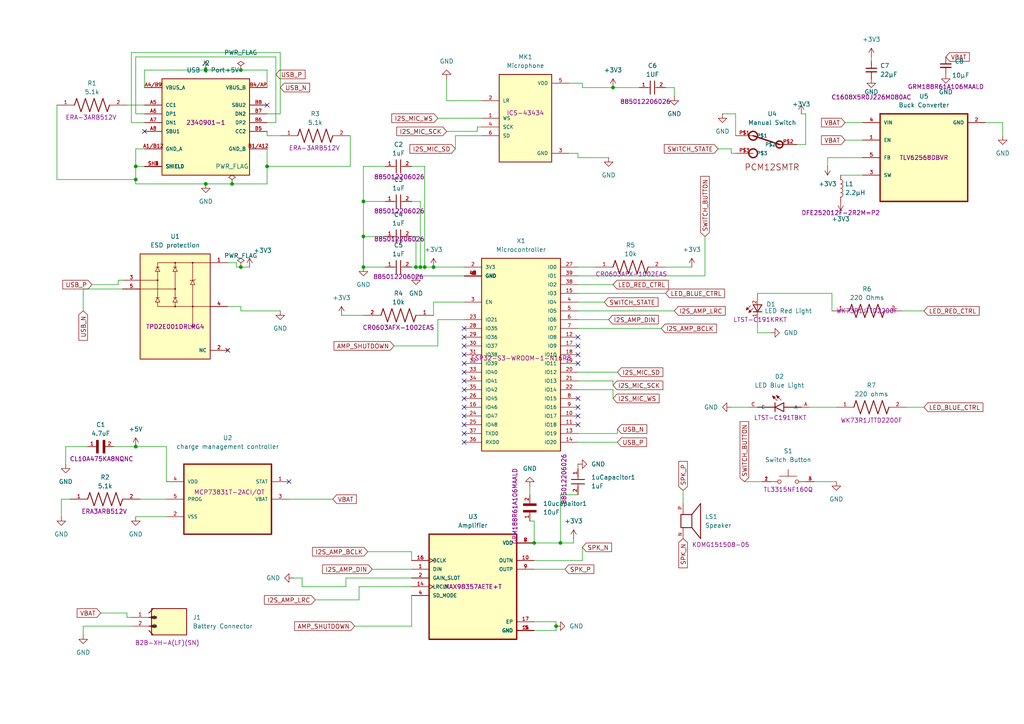
<source format=kicad_sch>
(kicad_sch (version 20250114) (generator "eeschema") (generator_version "9.0")
  (paper "A4")
  (junction (at 69.85 77.47))
  (junction (at 105.41 68.58))
  (junction (at 59.69 53.34))
  (junction (at 177.8 25.4))
  (junction (at 123.19 77.47))
  (junction (at 105.41 58.42))
  (junction (at 125.73 77.47))
  (junction (at 77.47 48.26))
  (junction (at 39.37 48.26))
  (junction (at 39.37 52.07))
  (junction (at 161.29 181.61))
  (junction (at 120.65 77.47))
  (junction (at 121.92 77.47))
  (junction (at 154.94 157.48))
  (junction (at 162.56 157.48))
  (junction (at 39.37 129.54))
  (junction (at 67.31 53.34))
  (junction (at 59.69 20.32))
  (junction (at 69.85 20.32))
  (junction (at 105.41 77.47))
  (no_connect (at 134.62 107.95))
  (no_connect (at 77.47 30.48))
  (no_connect (at 167.64 100.33))
  (no_connect (at 134.62 128.27))
  (no_connect (at 134.62 100.33))
  (no_connect (at 167.64 120.65))
  (no_connect (at 134.62 95.25))
  (no_connect (at 134.62 120.65))
  (no_connect (at 134.62 123.19))
  (no_connect (at 134.62 115.57))
  (no_connect (at 134.62 125.73))
  (no_connect (at 134.62 118.11))
  (no_connect (at 134.62 102.87))
  (no_connect (at 83.82 139.7))
  (no_connect (at 167.64 102.87))
  (no_connect (at 134.62 97.79))
  (no_connect (at 134.62 110.49))
  (no_connect (at 167.64 97.79))
  (no_connect (at 167.64 115.57))
  (no_connect (at 41.91 38.1))
  (no_connect (at 167.64 105.41))
  (no_connect (at 134.62 113.03))
  (no_connect (at 167.64 118.11))
  (no_connect (at 66.04 101.6))
  (no_connect (at 134.62 105.41))
  (no_connect (at 167.64 123.19))
  (wire (pts (xy 243.84 50.8) (xy 250.19 50.8)))
  (wire (pts (xy 39.37 48.26) (xy 41.91 48.26)))
  (wire (pts (xy 77.47 20.32) (xy 69.85 20.32)))
  (wire (pts (xy 212.09 43.18) (xy 208.28 43.18)))
  (wire (pts (xy 38.1 181.61) (xy 24.13 181.61)))
  (wire (pts (xy 165.1 24.13) (xy 168.91 24.13)))
  (wire (pts (xy 168.91 158.75) (xy 168.91 162.56)))
  (wire (pts (xy 167.64 110.49) (xy 177.8 110.49)))
  (wire (pts (xy 154.94 157.48) (xy 154.94 151.13)))
  (wire (pts (xy 39.37 43.18) (xy 41.91 43.18)))
  (wire (pts (xy 105.41 58.42) (xy 111.76 58.42)))
  (wire (pts (xy 154.94 182.88) (xy 161.29 182.88)))
  (wire (pts (xy 101.6 48.26) (xy 77.47 48.26)))
  (wire (pts (xy 167.64 80.01) (xy 204.47 80.01)))
  (wire (pts (xy 177.8 25.4) (xy 185.42 25.4)))
  (wire (pts (xy 120.65 77.47) (xy 120.65 68.58)))
  (wire (pts (xy 67.31 53.34) (xy 59.69 53.34)))
  (wire (pts (xy 129.54 22.86) (xy 129.54 29.21)))
  (wire (pts (xy 168.91 24.13) (xy 168.91 25.4)))
  (wire (pts (xy 119.38 162.56) (xy 119.38 160.02)))
  (wire (pts (xy 81.28 15.24) (xy 81.28 33.02)))
  (wire (pts (xy 121.92 58.42) (xy 119.38 58.42)))
  (wire (pts (xy 85.09 167.64) (xy 87.63 167.64)))
  (wire (pts (xy 167.64 44.45) (xy 167.64 45.72)))
  (wire (pts (xy 16.51 52.07) (xy 39.37 52.07)))
  (wire (pts (xy 35.56 83.82) (xy 24.13 83.82)))
  (wire (pts (xy 87.63 170.18) (xy 87.63 167.64)))
  (wire (pts (xy 167.64 82.55) (xy 177.8 82.55)))
  (wire (pts (xy 69.85 20.32) (xy 59.69 20.32)))
  (wire (pts (xy 134.62 92.71) (xy 127 92.71)))
  (wire (pts (xy 195.58 25.4) (xy 195.58 27.94)))
  (wire (pts (xy 168.91 25.4) (xy 177.8 25.4)))
  (wire (pts (xy 179.07 124.46) (xy 179.07 125.73)))
  (wire (pts (xy 193.04 77.47) (xy 200.66 77.47)))
  (wire (pts (xy 39.37 48.26) (xy 39.37 43.18)))
  (wire (pts (xy 162.56 157.48) (xy 166.37 157.48)))
  (wire (pts (xy 59.69 20.32) (xy 41.91 20.32)))
  (wire (pts (xy 162.56 157.48) (xy 162.56 143.51)))
  (wire (pts (xy 219.71 85.09) (xy 241.3 85.09)))
  (wire (pts (xy 36.83 179.07) (xy 38.1 179.07)))
  (wire (pts (xy 162.56 143.51) (xy 167.64 143.51)))
  (wire (pts (xy 102.87 181.61) (xy 119.38 181.61)))
  (wire (pts (xy 24.13 181.61) (xy 24.13 184.15)))
  (wire (pts (xy 48.26 139.7) (xy 48.26 129.54)))
  (wire (pts (xy 161.29 180.34) (xy 161.29 181.61)))
  (wire (pts (xy 165.1 44.45) (xy 167.64 44.45)))
  (wire (pts (xy 167.64 87.63) (xy 175.26 87.63)))
  (wire (pts (xy 127 92.71) (xy 127 100.33)))
  (wire (pts (xy 41.91 35.56) (xy 38.1 35.56)))
  (wire (pts (xy 81.28 33.02) (xy 77.47 33.02)))
  (wire (pts (xy 111.76 48.26) (xy 105.41 48.26)))
  (wire (pts (xy 69.85 77.47) (xy 72.39 77.47)))
  (wire (pts (xy 119.38 167.64) (xy 100.33 167.64)))
  (wire (pts (xy 167.64 85.09) (xy 193.04 85.09)))
  (wire (pts (xy 91.44 173.99) (xy 104.14 173.99)))
  (wire (pts (xy 111.76 68.58) (xy 105.41 68.58)))
  (wire (pts (xy 69.85 88.9) (xy 69.85 90.17)))
  (wire (pts (xy 290.83 35.56) (xy 290.83 39.37)))
  (wire (pts (xy 204.47 68.58) (xy 204.47 80.01)))
  (wire (pts (xy 198.12 142.24) (xy 198.12 146.05)))
  (wire (pts (xy 123.19 77.47) (xy 123.19 48.26)))
  (wire (pts (xy 121.92 77.47) (xy 121.92 58.42)))
  (wire (pts (xy 36.83 177.8) (xy 29.21 177.8)))
  (wire (pts (xy 83.82 144.78) (xy 96.52 144.78)))
  (wire (pts (xy 261.62 90.17) (xy 267.97 90.17)))
  (wire (pts (xy 66.04 88.9) (xy 69.85 88.9)))
  (wire (pts (xy 125.73 87.63) (xy 125.73 91.44)))
  (wire (pts (xy 120.65 80.01) (xy 134.62 80.01)))
  (wire (pts (xy 213.36 39.37) (xy 213.36 33.02)))
  (wire (pts (xy 138.43 36.83) (xy 139.7 36.83)))
  (wire (pts (xy 154.94 151.13) (xy 153.67 151.13)))
  (wire (pts (xy 250.19 45.72) (xy 240.03 45.72)))
  (wire (pts (xy 38.1 35.56) (xy 38.1 15.24)))
  (wire (pts (xy 39.37 33.02) (xy 39.37 16.51)))
  (wire (pts (xy 138.43 38.1) (xy 129.54 38.1)))
  (wire (pts (xy 167.64 134.62) (xy 167.64 135.89)))
  (wire (pts (xy 233.68 41.91) (xy 231.14 41.91)))
  (wire (pts (xy 212.09 118.11) (xy 217.17 118.11)))
  (wire (pts (xy 59.69 53.34) (xy 39.37 53.34)))
  (wire (pts (xy 209.55 33.02) (xy 213.36 33.02)))
  (wire (pts (xy 167.64 107.95) (xy 179.07 107.95)))
  (wire (pts (xy 154.94 180.34) (xy 161.29 180.34)))
  (wire (pts (xy 19.05 129.54) (xy 19.05 134.62)))
  (wire (pts (xy 17.78 144.78) (xy 17.78 149.86)))
  (wire (pts (xy 166.37 156.21) (xy 166.37 157.48)))
  (wire (pts (xy 167.64 45.72) (xy 176.53 45.72)))
  (wire (pts (xy 80.01 16.51) (xy 80.01 35.56)))
  (wire (pts (xy 24.13 83.82) (xy 24.13 90.17)))
  (wire (pts (xy 39.37 52.07) (xy 39.37 48.26)))
  (wire (pts (xy 212.09 44.45) (xy 213.36 44.45)))
  (wire (pts (xy 105.41 77.47) (xy 111.76 77.47)))
  (wire (pts (xy 81.28 39.37) (xy 77.47 39.37)))
  (wire (pts (xy 177.8 113.03) (xy 177.8 115.57)))
  (wire (pts (xy 262.89 118.11) (xy 267.97 118.11)))
  (wire (pts (xy 68.58 77.47) (xy 69.85 77.47)))
  (wire (pts (xy 20.32 144.78) (xy 17.78 144.78)))
  (wire (pts (xy 215.9 139.7) (xy 220.98 139.7)))
  (wire (pts (xy 138.43 36.83) (xy 138.43 38.1)))
  (wire (pts (xy 236.22 139.7) (xy 242.57 139.7)))
  (wire (pts (xy 99.06 91.44) (xy 105.41 91.44)))
  (wire (pts (xy 41.91 33.02) (xy 39.37 33.02)))
  (wire (pts (xy 120.65 77.47) (xy 121.92 77.47)))
  (wire (pts (xy 125.73 77.47) (xy 134.62 77.47)))
  (wire (pts (xy 139.7 39.37) (xy 132.08 39.37)))
  (wire (pts (xy 25.4 129.54) (xy 19.05 129.54)))
  (wire (pts (xy 68.58 76.2) (xy 68.58 77.47)))
  (wire (pts (xy 167.64 90.17) (xy 195.58 90.17)))
  (wire (pts (xy 34.29 81.28) (xy 34.29 82.55)))
  (wire (pts (xy 212.09 44.45) (xy 212.09 43.18)))
  (wire (pts (xy 39.37 149.86) (xy 48.26 149.86)))
  (wire (pts (xy 101.6 39.37) (xy 101.6 48.26)))
  (wire (pts (xy 119.38 172.72) (xy 119.38 181.61)))
  (wire (pts (xy 167.64 125.73) (xy 179.07 125.73)))
  (wire (pts (xy 241.3 85.09) (xy 241.3 90.17)))
  (wire (pts (xy 139.7 29.21) (xy 129.54 29.21)))
  (wire (pts (xy 193.04 25.4) (xy 195.58 25.4)))
  (wire (pts (xy 36.83 179.07) (xy 36.83 177.8)))
  (wire (pts (xy 219.71 92.71) (xy 219.71 96.52)))
  (wire (pts (xy 167.64 128.27) (xy 179.07 128.27)))
  (wire (pts (xy 39.37 16.51) (xy 80.01 16.51)))
  (wire (pts (xy 154.94 165.1) (xy 163.83 165.1)))
  (wire (pts (xy 33.02 129.54) (xy 39.37 129.54)))
  (wire (pts (xy 105.41 48.26) (xy 105.41 58.42)))
  (wire (pts (xy 36.83 30.48) (xy 41.91 30.48)))
  (wire (pts (xy 121.92 77.47) (xy 123.19 77.47)))
  (wire (pts (xy 77.47 53.34) (xy 67.31 53.34)))
  (wire (pts (xy 66.04 76.2) (xy 68.58 76.2)))
  (wire (pts (xy 233.68 33.02) (xy 233.68 41.91)))
  (wire (pts (xy 77.47 25.4) (xy 77.47 20.32)))
  (wire (pts (xy 123.19 48.26) (xy 119.38 48.26)))
  (wire (pts (xy 40.64 144.78) (xy 48.26 144.78)))
  (wire (pts (xy 252.73 16.51) (xy 252.73 17.78)))
  (wire (pts (xy 39.37 129.54) (xy 48.26 129.54)))
  (wire (pts (xy 219.71 96.52) (xy 223.52 96.52)))
  (wire (pts (xy 16.51 30.48) (xy 16.51 52.07)))
  (wire (pts (xy 167.64 77.47) (xy 172.72 77.47)))
  (wire (pts (xy 77.47 35.56) (xy 80.01 35.56)))
  (wire (pts (xy 161.29 181.61) (xy 161.29 182.88)))
  (wire (pts (xy 240.03 45.72) (xy 240.03 48.26)))
  (wire (pts (xy 123.19 77.47) (xy 125.73 77.47)))
  (wire (pts (xy 107.95 165.1) (xy 119.38 165.1)))
  (wire (pts (xy 285.75 35.56) (xy 290.83 35.56)))
  (wire (pts (xy 34.29 82.55) (xy 26.67 82.55)))
  (wire (pts (xy 120.65 68.58) (xy 119.38 68.58)))
  (wire (pts (xy 77.47 48.26) (xy 77.47 53.34)))
  (wire (pts (xy 69.85 90.17) (xy 81.28 90.17)))
  (wire (pts (xy 39.37 53.34) (xy 39.37 52.07)))
  (wire (pts (xy 119.38 77.47) (xy 120.65 77.47)))
  (wire (pts (xy 154.94 157.48) (xy 162.56 157.48)))
  (wire (pts (xy 139.7 34.29) (xy 127 34.29)))
  (wire (pts (xy 100.33 170.18) (xy 87.63 170.18)))
  (wire (pts (xy 153.67 140.97) (xy 153.67 143.51)))
  (wire (pts (xy 132.08 39.37) (xy 132.08 43.18)))
  (wire (pts (xy 245.11 40.64) (xy 250.19 40.64)))
  (wire (pts (xy 154.94 162.56) (xy 168.91 162.56)))
  (wire (pts (xy 119.38 170.18) (xy 104.14 170.18)))
  (wire (pts (xy 106.68 160.02) (xy 119.38 160.02)))
  (wire (pts (xy 34.29 81.28) (xy 35.56 81.28)))
  (wire (pts (xy 77.47 43.18) (xy 77.47 48.26)))
  (wire (pts (xy 77.47 39.37) (xy 77.47 38.1)))
  (wire (pts (xy 167.64 113.03) (xy 177.8 113.03)))
  (wire (pts (xy 167.64 92.71) (xy 176.53 92.71)))
  (wire (pts (xy 134.62 87.63) (xy 125.73 87.63)))
  (wire (pts (xy 38.1 15.24) (xy 81.28 15.24)))
  (wire (pts (xy 100.33 167.64) (xy 100.33 170.18)))
  (wire (pts (xy 105.41 68.58) (xy 105.41 77.47)))
  (wire (pts (xy 41.91 20.32) (xy 41.91 25.4)))
  (wire (pts (xy 232.41 33.02) (xy 233.68 33.02)))
  (wire (pts (xy 234.95 118.11) (xy 242.57 118.11)))
  (wire (pts (xy 167.64 95.25) (xy 191.77 95.25)))
  (wire (pts (xy 104.14 170.18) (xy 104.14 173.99)))
  (wire (pts (xy 114.3 100.33) (xy 127 100.33)))
  (wire (pts (xy 105.41 58.42) (xy 105.41 68.58)))
  (wire (pts (xy 177.8 110.49) (xy 177.8 111.76)))
  (wire (pts (xy 250.19 35.56) (xy 245.11 35.56)))
  (global_label "VBAT" (shape input) (at 29.21 177.8 180) (property "Intersheetrefs" "${INTERSHEET_REFS}" (effects (hide yes))))
  (global_label "VBAT" (shape input) (at 96.52 144.78 0) (property "Intersheetrefs" "${INTERSHEET_REFS}" (effects (hide yes))))
  (global_label "LED_BLUE_CTRL" (shape input) (at 193.04 85.09 0) (property "Intersheetrefs" "${INTERSHEET_REFS}" (effects (hide yes))))
  (global_label "VBAT" (shape input) (at 245.11 35.56 180) (property "Intersheetrefs" "${INTERSHEET_REFS}" (effects (hide yes))))
  (global_label "I2S_AMP_LRC" (shape input) (at 91.44 173.99 180) (property "Intersheetrefs" "${INTERSHEET_REFS}" (effects (hide yes))))
  (global_label "I2S_MIC_WS" (shape input) (at 127 34.29 180) (property "Intersheetrefs" "${INTERSHEET_REFS}" (effects (hide yes))))
  (global_label "USB_P" (shape input) (at 179.07 128.27 0) (property "Intersheetrefs" "${INTERSHEET_REFS}" (effects (hide yes))))
  (global_label "SWITCH_BUTTON" (shape input) (at 204.47 68.58 90) (property "Intersheetrefs" "${INTERSHEET_REFS}" (effects (hide yes))))
  (global_label "SWITCH_BUTTON" (shape input) (at 215.9 139.7 90) (property "Intersheetrefs" "${INTERSHEET_REFS}" (effects (hide yes))))
  (global_label "VBAT" (shape input) (at 245.11 40.64 180) (property "Intersheetrefs" "${INTERSHEET_REFS}" (effects (hide yes))))
  (global_label "VBAT" (shape input) (at 274.32 16.51 0) (property "Intersheetrefs" "${INTERSHEET_REFS}" (effects (hide yes))))
  (global_label "SPK_N" (shape input) (at 168.91 158.75 0) (property "Intersheetrefs" "${INTERSHEET_REFS}" (effects (hide yes))))
  (global_label "USB_P" (shape input) (at 26.67 82.55 180) (property "Intersheetrefs" "${INTERSHEET_REFS}" (effects (hide yes))))
  (global_label "I2S_AMP_BCLK" (shape input) (at 106.68 160.02 180) (property "Intersheetrefs" "${INTERSHEET_REFS}" (effects (hide yes))))
  (global_label "USB_N" (shape input) (at 179.07 124.46 0) (property "Intersheetrefs" "${INTERSHEET_REFS}" (effects (hide yes))))
  (global_label "AMP_SHUTDOWN" (shape input) (at 102.87 181.61 180) (property "Intersheetrefs" "${INTERSHEET_REFS}" (effects (hide yes))))
  (global_label "I2S_MIC_SD" (shape input) (at 179.07 107.95 0) (property "Intersheetrefs" "${INTERSHEET_REFS}" (effects (hide yes))))
  (global_label "USB_P" (shape input) (at 80.01 21.59 0) (property "Intersheetrefs" "${INTERSHEET_REFS}" (effects (hide yes))))
  (global_label "I2S_MIC_SCK" (shape input) (at 177.8 111.76 0) (property "Intersheetrefs" "${INTERSHEET_REFS}" (effects (hide yes))))
  (global_label "USB_N" (shape input) (at 81.28 25.4 0) (property "Intersheetrefs" "${INTERSHEET_REFS}" (effects (hide yes))))
  (global_label "SWITCH_STATE" (shape input) (at 208.28 43.18 180) (property "Intersheetrefs" "${INTERSHEET_REFS}" (effects (hide yes))))
  (global_label "I2S_MIC_SD" (shape input) (at 132.08 43.18 180) (property "Intersheetrefs" "${INTERSHEET_REFS}" (effects (hide yes))))
  (global_label "I2S_MIC_SCK" (shape input) (at 129.54 38.1 180) (property "Intersheetrefs" "${INTERSHEET_REFS}" (effects (hide yes))))
  (global_label "USB_N" (shape input) (at 24.13 90.17 270) (property "Intersheetrefs" "${INTERSHEET_REFS}" (effects (hide yes))))
  (global_label "I2S_AMP_LRC" (shape input) (at 195.58 90.17 0) (property "Intersheetrefs" "${INTERSHEET_REFS}" (effects (hide yes))))
  (global_label "SPK_P" (shape input) (at 163.83 165.1 0) (property "Intersheetrefs" "${INTERSHEET_REFS}" (effects (hide yes))))
  (global_label "SPK_N" (shape input) (at 198.12 156.21 270) (property "Intersheetrefs" "${INTERSHEET_REFS}" (effects (hide yes))))
  (global_label "I2S_MIC_WS" (shape input) (at 177.8 115.57 0) (property "Intersheetrefs" "${INTERSHEET_REFS}" (effects (hide yes))))
  (global_label "SWITCH_STATE" (shape input) (at 175.26 87.63 0) (property "Intersheetrefs" "${INTERSHEET_REFS}" (effects (hide yes))))
  (global_label "SPK_P" (shape input) (at 198.12 142.24 90) (property "Intersheetrefs" "${INTERSHEET_REFS}" (effects (hide yes))))
  (global_label "I2S_AMP_DIN" (shape input) (at 176.53 92.71 0) (property "Intersheetrefs" "${INTERSHEET_REFS}" (effects (hide yes))))
  (global_label "AMP_SHUTDOWN" (shape input) (at 114.3 100.33 180) (property "Intersheetrefs" "${INTERSHEET_REFS}" (effects (hide yes))))
  (global_label "I2S_AMP_DIN" (shape input) (at 107.95 165.1 180) (property "Intersheetrefs" "${INTERSHEET_REFS}" (effects (hide yes))))
  (global_label "LED_RED_CTRL" (shape input) (at 267.97 90.17 0) (property "Intersheetrefs" "${INTERSHEET_REFS}" (effects (hide yes))))
  (global_label "LED_BLUE_CTRL" (shape input) (at 267.97 118.11 0) (property "Intersheetrefs" "${INTERSHEET_REFS}" (effects (hide yes))))
  (global_label "I2S_AMP_BCLK" (shape input) (at 191.77 95.25 0) (property "Intersheetrefs" "${INTERSHEET_REFS}" (effects (hide yes))))
  (global_label "LED_RED_CTRL" (shape input) (at 177.8 82.55 0) (property "Intersheetrefs" "${INTERSHEET_REFS}" (effects (hide yes))))
  (symbol (lib_id "power:GND") (at 120.65 80.01 0) (unit 1)
    (property "Reference" "#PWR013" (effects (hide yes)))
    (property "Value" "GND" (at 120.65 85.09 0))
    (property "Description" "Power symbol creates a global label with name \"GND\" , ground" (effects (hide yes)))
  )
  (symbol (lib_id "power:GND") (at 212.09 118.11 270) (unit 1)
    (property "Reference" "#PWR025" (effects (hide yes)))
    (property "Value" "GND" (at 208.28 118.1099 90) (effects (justify right)))
    (property "Description" "Power symbol creates a global label with name \"GND\" , ground" (effects (hide yes)))
  )
  (symbol (lib_id "power:GND") (at 176.53 45.72 0) (unit 1)
    (property "Reference" "#PWR020" (effects (hide yes)))
    (property "Value" "GND" (at 176.53 50.8 0))
    (property "Description" "Power symbol creates a global label with name \"GND\" , ground" (effects (hide yes)))
  )
  (symbol (lib_id "Device:C_Small") (at 252.73 20.32 0) (unit 1)
    (property "Reference" "C7" (at 255.27 19.0562 0) (effects (justify left)))
    (property "Value" "22µF" (at 255.27 21.5962 0) (effects (justify left)))
    (property "Footprint" "mods:CAPC1608X100N" (effects (hide yes)))
    (property "Datasheet" "C1608X5R0J226M080AC" (at 252.73 28.194 0))
    (property "Description" "Unpolarized capacitor, small symbol" (effects (hide yes)))
  )
  (symbol (lib_id "power:+3V3") (at 252.73 16.51 0) (unit 1)
    (property "Reference" "#PWR031" (effects (hide yes)))
    (property "Value" "+3V3" (at 252.73 11.43 0))
    (property "Description" "Power symbol creates a global label with name \"+3V3\"" (effects (hide yes)))
  )
  (symbol (lib_id "Device:C_Small") (at 274.32 19.05 0) (unit 1)
    (property "Reference" "C8" (at 276.86 17.7862 0) (effects (justify left)))
    (property "Value" "10µF" (at 276.098 21.844 0) (effects (justify left)))
    (property "Footprint" "mods:CAPC1608X95N" (effects (hide yes)))
    (property "Datasheet" "GRM188R61A106MAALD" (at 274.32 25.146 0))
    (property "Description" "Unpolarized capacitor, small symbol" (effects (hide yes)))
  )
  (symbol (lib_id "2340901-1:2340901-1") (at 59.69 35.56 0) (unit 1)
    (property "Reference" "J2" (at 59.69 18.288 0))
    (property "Value" "USB C Port" (at 59.69 20.32 0))
    (property "Footprint" "mods:TE_2340901-1" (effects (hide yes)))
    (property "Datasheet" "2340901-1" (at 59.69 35.56 0))
    (property "MF" "TE Connectivity" (effects (hide yes)))
    (property "MAXIMUM_PACKAGE_HEIGHT" "1.58mm" (effects (hide yes)))
    (property "Package" "None" (effects (hide yes)))
    (property "Price" "None" (effects (hide yes)))
    (property "Check_prices" "https://www.snapeda.com/parts/2340901-1/TE+Connectivity/view-part/?ref=eda" (effects (hide yes)))
    (property "STANDARD" "Manufacturer Recommendations" (effects (hide yes)))
    (property "PARTREV" "A" (effects (hide yes)))
    (property "SnapEDA_Link" "https://www.snapeda.com/parts/2340901-1/TE+Connectivity/view-part/?ref=snap" (effects (hide yes)))
    (property "MP" "2340901-1" (effects (hide yes)))
    (property "Description_1" "USB Connectors USB Type C 2.0 Conn Rec Mid-Mount One Ro" (effects (hide yes)))
    (property "Availability" "In Stock" (effects (hide yes)))
    (property "MANUFACTURER" "TE Connectivity" (effects (hide yes)))
  )
  (symbol (lib_id "power:+3V3") (at 200.66 77.47 0) (unit 1)
    (property "Reference" "#PWR023" (effects (hide yes)))
    (property "Value" "+3V3" (at 200.66 72.39 0))
    (property "Description" "Power symbol creates a global label with name \"+3V3\"" (effects (hide yes)))
  )
  (symbol (lib_id "TPD2E001DRLRG4:TPD2E001DRLRG4") (at 50.8 88.9 0) (unit 1)
    (property "Reference" "U1" (at 50.8 68.58 0))
    (property "Value" "ESD protection" (at 50.8 71.12 0))
    (property "Footprint" "mods:SOTFL50P160X60-5N" (effects (hide yes)))
    (property "Datasheet" "TPD2E001DRLRG4" (at 50.8 94.742 0))
    (property "MF" "Texas Instruments" (effects (hide yes)))
    (property "MAXIMUM_PACKAGE_HEIGHT" "0.6 mm" (effects (hide yes)))
    (property "Package" "SOT-5X3-5 Texas Instruments" (effects (hide yes)))
    (property "Price" "None" (effects (hide yes)))
    (property "Check_prices" "https://www.snapeda.com/parts/TPD2E001DRLRG4/Texas+Instruments/view-part/?ref=eda" (effects (hide yes)))
    (property "STANDARD" "IPC 7351B" (effects (hide yes)))
    (property "PARTREV" "I" (effects (hide yes)))
    (property "SnapEDA_Link" "https://www.snapeda.com/parts/TPD2E001DRLRG4/Texas+Instruments/view-part/?ref=snap" (effects (hide yes)))
    (property "MP" "TPD2E001DRLRG4" (effects (hide yes)))
    (property "Description_1" "Low-capacitance 2-channel +/-15k-V ESD protection array for high-speed data interfaces 5-SOT-5X3 -40 to 85" (effects (hide yes)))
    (property "Availability" "In Stock" (effects (hide yes)))
    (property "MANUFACTURER" "Texas Instruments" (effects (hide yes)))
  )
  (symbol (lib_id "power:PWR_FLAG") (at 67.31 53.34 0) (unit 1)
    (property "Reference" "#FLG01" (effects (hide yes)))
    (property "Value" "PWR_FLAG" (at 67.31 48.26 0))
    (property "Description" "Special symbol for telling ERC where power comes from" (effects (hide yes)))
  )
  (symbol (lib_id "ERA3ARB512V:ERA3ARB512V") (at 91.44 39.37 0) (unit 1)
    (property "Reference" "R3" (at 91.44 33.02 0))
    (property "Value" "5.1k" (at 91.44 35.56 0))
    (property "Footprint" "mods:RES_ERA3ARB512V" (effects (hide yes)))
    (property "Datasheet" "ERA-3ARB512V" (at 91.186 42.926 0))
    (property "MF" "Panasonic" (effects (hide yes)))
    (property "MAXIMUM_PACKAGE_HEIGHT" "0.45 mm" (effects (hide yes)))
    (property "Package" "1608-2 Panasonic" (effects (hide yes)))
    (property "Price" "None" (effects (hide yes)))
    (property "Check_prices" "https://www.snapeda.com/parts/ERA-3ARB512V/Panasonic/view-part/?ref=eda" (effects (hide yes)))
    (property "STANDARD" "Manufacturer Recommendations" (effects (hide yes)))
    (property "PARTREV" "3/1/2020" (effects (hide yes)))
    (property "SnapEDA_Link" "https://www.snapeda.com/parts/ERA-3ARB512V/Panasonic/view-part/?ref=snap" (effects (hide yes)))
    (property "MP" "ERA-3ARB512V" (effects (hide yes)))
    (property "Description_1" "RES SMD 5.1K OHM 0.1% 1/10W 0603" (effects (hide yes)))
    (property "Availability" "In Stock" (effects (hide yes)))
    (property "MANUFACTURER" "Panasonic" (effects (hide yes)))
  )
  (symbol (lib_id "power:GND") (at 252.73 22.86 0) (unit 1)
    (property "Reference" "#PWR032" (effects (hide yes)))
    (property "Value" "GND" (at 252.73 26.67 0))
    (property "Description" "Power symbol creates a global label with name \"GND\" , ground" (effects (hide yes)))
  )
  (symbol (lib_id "CL10A475KA8NQNC:CL10A475KA8NQNC") (at 27.94 129.54 0) (unit 1)
    (property "Reference" "C1" (at 29.21 123.19 0))
    (property "Value" "4.7uF" (at 29.21 125.73 0))
    (property "Footprint" "mods:CAPC1608X100N" (effects (hide yes)))
    (property "Datasheet" "CL10A475KA8NQNC" (at 29.464 133.096 0))
    (property "MF" "Samsung" (effects (hide yes)))
    (property "Description_1" "4.7 µF ±10% 25V Ceramic Capacitor X5R 0603 (1608 Metric)" (effects (hide yes)))
    (property "Package" "1608-2 SAMSUNG" (effects (hide yes)))
    (property "Price" "None" (effects (hide yes)))
    (property "SnapEDA_Link" "https://www.snapeda.com/parts/CL10A475KA8NQNC/Samsung/view-part/?ref=snap" (effects (hide yes)))
    (property "MP" "CL10A475KA8NQNC" (effects (hide yes)))
    (property "Availability" "In Stock" (effects (hide yes)))
    (property "Check_prices" "https://www.snapeda.com/parts/CL10A475KA8NQNC/Samsung/view-part/?ref=eda" (effects (hide yes)))
  )
  (symbol (lib_id "B2B-PH-K-S_LF__SN_:B2B-PH-K-S_LF__SN_") (at 48.26 181.61 0) (unit 1)
    (property "Reference" "J1" (at 55.88 179.0699 0) (effects (justify left)))
    (property "Value" "Battery Connector" (at 55.88 181.6099 0) (effects (justify left)))
    (property "Footprint" "mods:JST_B2B-PH-K-S_LF__SN_" (effects (hide yes)))
    (property "Datasheet" "B2B-XH-A(LF)(SN)" (at 48.514 186.436 0))
    (property "MF" "JST" (effects (hide yes)))
    (property "Description_1" "Connector Header Through Hole 2 position 0.079 (2.00mm)" (effects (hide yes)))
    (property "Package" "None" (effects (hide yes)))
    (property "Price" "None" (effects (hide yes)))
    (property "Check_prices" "https://www.snapeda.com/parts/B2B-PH-K-S%20(LF)(SN)/JST/view-part/?ref=eda" (effects (hide yes)))
    (property "SnapEDA_Link" "https://www.snapeda.com/parts/B2B-PH-K-S%20(LF)(SN)/JST/view-part/?ref=snap" (effects (hide yes)))
    (property "MP" "B2B-PH-K-S (LF)(SN)" (effects (hide yes)))
    (property "Availability" "In Stock" (effects (hide yes)))
    (property "MANUFACTURER" "JST" (effects (hide yes)))
  )
  (symbol (lib_id "power:GND") (at 85.09 167.64 270) (unit 1)
    (property "Reference" "#PWR010" (effects (hide yes)))
    (property "Value" "GND" (at 81.28 167.6399 90) (effects (justify right)))
    (property "Description" "Power symbol creates a global label with name \"GND\" , ground" (effects (hide yes)))
  )
  (symbol (lib_id "WK73R1JTTD2200F:WK73R1JTTD2200F") (at 251.46 90.17 0) (unit 1)
    (property "Reference" "R6" (at 251.46 83.82 0))
    (property "Value" "220 Ohms" (at 251.46 86.36 0))
    (property "Footprint" "mods:RESC0816X55N" (effects (hide yes)))
    (property "Datasheet" "WK73R1JTTD2200F" (at 251.46 90.17 0))
    (property "MF" "KOA Speer" (effects (hide yes)))
    (property "Description_1" "220 Ohms ±1% 0.5W, 1/2W Chip Resistor Wide 0603 (1608 Metric), 0306 Automotive AEC-Q200, Moisture Resistant Thick Film" (effects (hide yes)))
    (property "Package" "603 KOA" (effects (hide yes)))
    (property "Price" "None" (effects (hide yes)))
    (property "SnapEDA_Link" "https://www.snapeda.com/parts/WK73R1JTTD2200F/KOA+Speer/view-part/?ref=snap" (effects (hide yes)))
    (property "MP" "WK73R1JTTD2200F" (effects (hide yes)))
    (property "Availability" "In Stock" (effects (hide yes)))
    (property "Check_prices" "https://www.snapeda.com/parts/WK73R1JTTD2200F/KOA+Speer/view-part/?ref=eda" (effects (hide yes)))
  )
  (symbol (lib_name "WCAP-CSGP_0603_1") (lib_id "WCAP-CSGP_0603:WCAP-CSGP_0603") (at 167.64 138.43 270) (unit 1)
    (property "Reference" "1uCapacitor1" (at 171.45 138.4451 90) (effects (justify left)))
    (property "Value" "1uF" (at 171.45 140.9851 90) (effects (justify left)))
    (property "Footprint" "mods:WCAP-CSGP_0603_R" (effects (hide yes)))
    (property "Datasheet" "885012206026" (at 163.576 138.938 0))
    (property "MF" "Würth Elektronik" (effects (hide yes)))
    (property "Description_1" "Capacitor Multilayer Ceramic 1uF MLCC 10 V X7R Dielectric 0603 Surface Mount | Wurth Electronics 885012206026" (effects (hide yes)))
    (property "Package" "0603 Wurth Electronics" (effects (hide yes)))
    (property "Price" "None" (effects (hide yes)))
    (property "SnapEDA_Link" "https://www.snapeda.com/parts/885012206026/W%25C3%25BCrth+Elektronik+Midcom/view-part/?ref=snap" (effects (hide yes)))
    (property "MP" "885012206026" (effects (hide yes)))
    (property "Availability" "In Stock" (effects (hide yes)))
    (property "Check_prices" "https://www.snapeda.com/parts/885012206026/W%25C3%25BCrth+Elektronik+Midcom/view-part/?ref=eda" (effects (hide yes)))
  )
  (symbol (lib_name "WCAP-CSGP_0603_2") (lib_id "WCAP-CSGP_0603:WCAP-CSGP_0603") (at 114.3 77.47 0) (unit 1)
    (property "Reference" "C5" (at 115.5852 71.12 0))
    (property "Value" "1uF" (at 115.5852 73.66 0))
    (property "Footprint" "mods:WCAP-CSGP_0603_R" (effects (hide yes)))
    (property "Datasheet" "885012206026" (at 115.57 80.264 0))
    (property "MF" "Würth Elektronik" (effects (hide yes)))
    (property "Description_1" "Capacitor Multilayer Ceramic 1uF MLCC 10 V X7R Dielectric 0603 Surface Mount | Wurth Electronics 885012206026" (effects (hide yes)))
    (property "Package" "0603 Wurth Electronics" (effects (hide yes)))
    (property "Price" "None" (effects (hide yes)))
    (property "SnapEDA_Link" "https://www.snapeda.com/parts/885012206026/W%25C3%25BCrth+Elektronik+Midcom/view-part/?ref=snap" (effects (hide yes)))
    (property "MP" "885012206026" (effects (hide yes)))
    (property "Availability" "In Stock" (effects (hide yes)))
    (property "Check_prices" "https://www.snapeda.com/parts/885012206026/W%25C3%25BCrth+Elektronik+Midcom/view-part/?ref=eda" (effects (hide yes)))
  )
  (symbol (lib_id "LTST-C191KRKT:LTST-C191KRKT") (at 219.71 90.17 0) (unit 1)
    (property "Reference" "D1" (at 222.25 88.2395 0) (effects (justify left)))
    (property "Value" "LED Red Light" (at 221.742 90.17 0) (effects (justify left)))
    (property "Footprint" "mods:0603" (effects (hide yes)))
    (property "Datasheet" "LTST-C191KRKT" (at 220.472 92.71 0))
    (property "DigiKey_Part_Number" "160-1447-2-ND" (effects (hide yes)))
    (property "SnapEDA_Link" "https://www.snapeda.com/parts/LTST-C191KRKT/Lite-On/view-part/?ref=snap" (effects (hide yes)))
    (property "Description_1" "Red 631nm LED Indication - Discrete 2V 0603 (1608 Metric)" (effects (hide yes)))
    (property "MF" "Lite-On Inc." (effects (hide yes)))
    (property "Package" "0603 Lite-On Inc." (effects (hide yes)))
    (property "Check_prices" "https://www.snapeda.com/parts/LTST-C191KRKT/Lite-On/view-part/?ref=eda" (effects (hide yes)))
    (property "MP" "LTST-C191KRKT" (effects (hide yes)))
  )
  (symbol (lib_id "WK73R1JTTD2200F:WK73R1JTTD2200F") (at 252.73 118.11 0) (unit 1)
    (property "Reference" "R7" (at 252.73 111.76 0))
    (property "Value" "220 ohms" (at 252.73 114.3 0))
    (property "Footprint" "mods:RESC0816X55N" (effects (hide yes)))
    (property "Datasheet" "WK73R1JTTD2200F" (at 252.73 121.92 0))
    (property "MF" "KOA Speer" (effects (hide yes)))
    (property "Description_1" "220 Ohms ±1% 0.5W, 1/2W Chip Resistor Wide 0603 (1608 Metric), 0306 Automotive AEC-Q200, Moisture Resistant Thick Film" (effects (hide yes)))
    (property "Package" "603 KOA" (effects (hide yes)))
    (property "Price" "None" (effects (hide yes)))
    (property "SnapEDA_Link" "https://www.snapeda.com/parts/WK73R1JTTD2200F/KOA+Speer/view-part/?ref=snap" (effects (hide yes)))
    (property "MP" "WK73R1JTTD2200F" (effects (hide yes)))
    (property "Availability" "In Stock" (effects (hide yes)))
    (property "Check_prices" "https://www.snapeda.com/parts/WK73R1JTTD2200F/KOA+Speer/view-part/?ref=eda" (effects (hide yes)))
  )
  (symbol (lib_name "WCAP-CSGP_0603_2") (lib_id "WCAP-CSGP_0603:WCAP-CSGP_0603") (at 114.3 68.58 0) (unit 1)
    (property "Reference" "C4" (at 115.5852 62.23 0))
    (property "Value" "1uF" (at 115.5852 64.77 0))
    (property "Footprint" "mods:WCAP-CSGP_0603_R" (effects (hide yes)))
    (property "Datasheet" "885012206026" (at 115.824 69.342 0))
    (property "MF" "Würth Elektronik" (effects (hide yes)))
    (property "Description_1" "Capacitor Multilayer Ceramic 1uF MLCC 10 V X7R Dielectric 0603 Surface Mount | Wurth Electronics 885012206026" (effects (hide yes)))
    (property "Package" "0603 Wurth Electronics" (effects (hide yes)))
    (property "Price" "None" (effects (hide yes)))
    (property "SnapEDA_Link" "https://www.snapeda.com/parts/885012206026/W%25C3%25BCrth+Elektronik+Midcom/view-part/?ref=snap" (effects (hide yes)))
    (property "MP" "885012206026" (effects (hide yes)))
    (property "Availability" "In Stock" (effects (hide yes)))
    (property "Check_prices" "https://www.snapeda.com/parts/885012206026/W%25C3%25BCrth+Elektronik+Midcom/view-part/?ref=eda" (effects (hide yes)))
  )
  (symbol (lib_id "power:GND") (at 19.05 134.62 0) (unit 1)
    (property "Reference" "#PWR02" (effects (hide yes)))
    (property "Value" "GND" (at 19.05 139.7 0))
    (property "Description" "Power symbol creates a global label with name \"GND\" , ground" (effects (hide yes)))
  )
  (symbol (lib_id "power:GND") (at 242.57 139.7 0) (unit 1)
    (property "Reference" "#PWR029" (effects (hide yes)))
    (property "Value" "GND" (at 242.57 144.78 0))
    (property "Description" "Power symbol creates a global label with name \"GND\" , ground" (effects (hide yes)))
  )
  (symbol (lib_id "power:+3V3") (at 125.73 77.47 0) (unit 1)
    (property "Reference" "#PWR014" (effects (hide yes)))
    (property "Value" "+3V3" (at 125.73 72.39 0))
    (property "Description" "Power symbol creates a global label with name \"+3V3\"" (effects (hide yes)))
  )
  (symbol (lib_id "power:+3V3") (at 72.39 77.47 0) (unit 1)
    (property "Reference" "#PWR08" (effects (hide yes)))
    (property "Value" "+3V3" (at 76.2 72.644 0))
    (property "Description" "Power symbol creates a global label with name \"+3V3\"" (effects (hide yes)))
  )
  (symbol (lib_id "power:GND") (at 167.64 134.62 90) (unit 1)
    (property "Reference" "#PWR019" (effects (hide yes)))
    (property "Value" "GND" (at 171.45 134.6199 90) (effects (justify right)))
    (property "Description" "Power symbol creates a global label with name \"GND\" , ground" (effects (hide yes)))
  )
  (symbol (lib_id "power:PWR_FLAG") (at 69.85 20.32 0) (unit 1)
    (property "Reference" "#FLG02" (effects (hide yes)))
    (property "Value" "PWR_FLAG" (at 69.85 15.24 0))
    (property "Description" "Special symbol for telling ERC where power comes from" (effects (hide yes)))
  )
  (symbol (lib_id "power:+3V3") (at 240.03 48.26 180) (unit 1)
    (property "Reference" "#PWR028" (effects (hide yes)))
    (property "Value" "+3V3" (at 240.03 53.34 0))
    (property "Description" "Power symbol creates a global label with name \"+3V3\"" (effects (hide yes)))
  )
  (symbol (lib_id "power:+5V") (at 39.37 129.54 0) (unit 1)
    (property "Reference" "#PWR04" (effects (hide yes)))
    (property "Value" "+5V" (at 39.37 124.46 0))
    (property "Description" "Power symbol creates a global label with name \"+5V\"" (effects (hide yes)))
  )
  (symbol (lib_id "power:+3V3") (at 243.84 58.42 180) (unit 1)
    (property "Reference" "#PWR030" (effects (hide yes)))
    (property "Value" "+3V3" (at 243.84 63.5 0))
    (property "Description" "Power symbol creates a global label with name \"+3V3\"" (effects (hide yes)))
  )
  (symbol (lib_id "power:GND") (at 59.69 53.34 0) (unit 1)
    (property "Reference" "#PWR07" (effects (hide yes)))
    (property "Value" "GND" (at 59.69 58.42 0))
    (property "Description" "Power symbol creates a global label with name \"GND\" , ground" (effects (hide yes)))
  )
  (symbol (lib_id "power:PWR_FLAG") (at 69.85 77.47 0) (unit 1)
    (property "Reference" "#FLG03" (effects (hide yes)))
    (property "Value" "PWR_FLAG" (at 69.85 74.168 0))
    (property "Description" "Special symbol for telling ERC where power comes from" (effects (hide yes)))
  )
  (symbol (lib_name "WCAP-CSGP_0603_2") (lib_id "WCAP-CSGP_0603:WCAP-CSGP_0603") (at 114.3 58.42 0) (unit 1)
    (property "Reference" "C3" (at 115.5852 52.07 0))
    (property "Value" "1uF" (at 115.5852 54.61 0))
    (property "Footprint" "mods:WCAP-CSGP_0603_R" (effects (hide yes)))
    (property "Datasheet" "885012206026" (at 115.824 61.214 0))
    (property "MF" "Würth Elektronik" (effects (hide yes)))
    (property "Description_1" "Capacitor Multilayer Ceramic 1uF MLCC 10 V X7R Dielectric 0603 Surface Mount | Wurth Electronics 885012206026" (effects (hide yes)))
    (property "Package" "0603 Wurth Electronics" (effects (hide yes)))
    (property "Price" "None" (effects (hide yes)))
    (property "SnapEDA_Link" "https://www.snapeda.com/parts/885012206026/W%25C3%25BCrth+Elektronik+Midcom/view-part/?ref=snap" (effects (hide yes)))
    (property "MP" "885012206026" (effects (hide yes)))
    (property "Availability" "In Stock" (effects (hide yes)))
    (property "Check_prices" "https://www.snapeda.com/parts/885012206026/W%25C3%25BCrth+Elektronik+Midcom/view-part/?ref=eda" (effects (hide yes)))
  )
  (symbol (lib_id "power:+3V3") (at 166.37 156.21 0) (unit 1)
    (property "Reference" "#PWR018" (effects (hide yes)))
    (property "Value" "+3V3" (at 166.37 151.13 0))
    (property "Description" "Power symbol creates a global label with name \"+3V3\"" (effects (hide yes)))
  )
  (symbol (lib_id "WCAP-CSGP_0603:WCAP-CSGP_0603") (at 187.96 25.4 0) (unit 1)
    (property "Reference" "C6" (at 189.2452 19.05 0))
    (property "Value" "1UF" (at 189.2452 21.59 0))
    (property "Footprint" "mods:WCAP-CSGP_0603_R" (effects (hide yes)))
    (property "Datasheet" "885012206026" (at 187.198 29.464 0))
    (property "MF" "Würth Elektronik" (effects (hide yes)))
    (property "Description_1" "Capacitor Multilayer Ceramic 1uF MLCC 10 V X7R Dielectric 0603 Surface Mount | Wurth Electronics 885012206026" (effects (hide yes)))
    (property "Package" "0603 Wurth Electronics" (effects (hide yes)))
    (property "Price" "None" (effects (hide yes)))
    (property "SnapEDA_Link" "https://www.snapeda.com/parts/885012206026/W%25C3%25BCrth+Elektronik+Midcom/view-part/?ref=snap" (effects (hide yes)))
    (property "MP" "885012206026" (effects (hide yes)))
    (property "Availability" "In Stock" (effects (hide yes)))
    (property "Check_prices" "https://www.snapeda.com/parts/885012206026/W%25C3%25BCrth+Elektronik+Midcom/view-part/?ref=eda" (effects (hide yes)))
  )
  (symbol (lib_id "power:+3V3") (at 99.06 91.44 0) (unit 1)
    (property "Reference" "#PWR011" (effects (hide yes)))
    (property "Value" "+3V3" (at 99.06 86.36 0))
    (property "Description" "Power symbol creates a global label with name \"+3V3\"" (effects (hide yes)))
  )
  (symbol (lib_id "ICS-43434:ICS-43434") (at 152.4 34.29 0) (unit 1)
    (property "Reference" "MK1" (at 152.4 16.51 0))
    (property "Value" "Microphone" (at 152.4 19.05 0))
    (property "Footprint" "mods:MIC_ICS-43434" (effects (hide yes)))
    (property "Datasheet" "ICS-43434" (at 152.4 32.766 0))
    (property "MF" "TDK InvenSense" (effects (hide yes)))
    (property "DESCRIPTION" "Multi-Mode Microphone with I2S Digital Output" (effects (hide yes)))
    (property "PACKAGE" "LGA-6 TDK-InvenSense" (effects (hide yes)))
    (property "PRICE" "2.43 USD" (effects (hide yes)))
    (property "Package" "Custom Package TDK InvenSense" (effects (hide yes)))
    (property "Check_prices" "https://www.snapeda.com/parts/ICS-43434/TDK/view-part/?ref=eda" (effects (hide yes)))
    (property "Price" "None" (effects (hide yes)))
    (property "SnapEDA_Link" "https://www.snapeda.com/parts/ICS-43434/TDK/view-part/?ref=snap" (effects (hide yes)))
    (property "MP" "ICS-43434" (effects (hide yes)))
    (property "Availability" "In Stock" (effects (hide yes)))
    (property "AVAILABILITY" "Bad" (effects (hide yes)))
    (property "Description_1" "60 Hz ~ 20 kHz Digital, I2S Microphone MEMS (Silicon) 1.65 V ~ 3.63 V Omnidirectional (-26 ±1dB @ 94dB SPL) Solder Pads" (effects (hide yes)))
  )
  (symbol (lib_id "power:GND") (at 195.58 27.94 0) (unit 1)
    (property "Reference" "#PWR022" (effects (hide yes)))
    (property "Value" "GND" (at 195.58 33.02 0))
    (property "Description" "Power symbol creates a global label with name \"GND\" , ground" (effects (hide yes)))
  )
  (symbol (lib_id "MAX98357AETE_T:MAX98357AETE_T") (at 137.16 170.18 0) (unit 1)
    (property "Reference" "U3" (at 137.16 149.86 0))
    (property "Value" "Amplifier" (at 137.16 152.4 0))
    (property "Footprint" "mods:QFN50P300X300X80-17N" (effects (hide yes)))
    (property "Datasheet" "MAX98357AETE+T" (at 137.16 170.18 0))
    (property "MF" "Analog Devices" (effects (hide yes)))
    (property "Description_1" "Tiny, Low-Cost, PCM Class D Amplifier with Class AB Performance" (effects (hide yes)))
    (property "Package" "TQFN-16 Maxim" (effects (hide yes)))
    (property "Price" "None" (effects (hide yes)))
    (property "SnapEDA_Link" "https://www.snapeda.com/parts/MAX98357AETE+T/Analog+Devices/view-part/?ref=snap" (effects (hide yes)))
    (property "MP" "MAX98357AETE+T" (effects (hide yes)))
    (property "Availability" "In Stock" (effects (hide yes)))
    (property "Check_prices" "https://www.snapeda.com/parts/MAX98357AETE+T/Analog+Devices/view-part/?ref=eda" (effects (hide yes)))
  )
  (symbol (lib_id "TLV62568DBVR:TLV62568DBVR") (at 267.97 45.72 0) (unit 1)
    (property "Reference" "U5" (at 267.97 27.94 0))
    (property "Value" "Buck Converter" (at 267.97 30.48 0))
    (property "Footprint" "mods:SOT95P280X145-5N" (effects (hide yes)))
    (property "Datasheet" "TLV62568DBVR" (at 267.97 45.72 0))
    (property "MF" "Texas Instruments" (effects (hide yes)))
    (property "Description_1" "2.5V-5.5V input, 1A high efficiency step-down buck converter in SOT23 and SOT563 package" (effects (hide yes)))
    (property "Package" "SOT-23-5 Texas Instruments" (effects (hide yes)))
    (property "Price" "None" (effects (hide yes)))
    (property "SnapEDA_Link" "https://www.snapeda.com/parts/TLV62568DBVR/Texas+Instruments/view-part/?ref=snap" (effects (hide yes)))
    (property "MP" "TLV62568DBVR" (effects (hide yes)))
    (property "Availability" "In Stock" (effects (hide yes)))
    (property "Check_prices" "https://www.snapeda.com/parts/TLV62568DBVR/Texas+Instruments/view-part/?ref=eda" (effects (hide yes)))
  )
  (symbol (lib_id "GRM188R61A106MAALD:GRM188R61A106MAALD") (at 153.67 148.59 90) (unit 1)
    (property "Reference" "10ucapaitor1" (at 157.48 146.0499 90) (effects (justify right)))
    (property "Value" "10uF" (at 157.48 148.5899 90) (effects (justify right)))
    (property "Footprint" "mods:CAPC1608X95N" (effects (hide yes)))
    (property "Datasheet" "GRM188R61A106MAALD" (at 149.352 146.812 0))
    (property "DigiKey_Part_Number" "490-12734-2-ND" (effects (hide yes)))
    (property "SnapEDA_Link" "https://www.snapeda.com/parts/GRM188R61A106MAALD/Murata/view-part/?ref=snap" (effects (hide yes)))
    (property "Description_1" "10 µF ±20% 10V Ceramic Capacitor X5R 0603 (1608 Metric)" (effects (hide yes)))
    (property "MF" "Murata" (effects (hide yes)))
    (property "Package" "1608 Murata" (effects (hide yes)))
    (property "Check_prices" "https://www.snapeda.com/parts/GRM188R61A106MAALD/Murata/view-part/?ref=eda" (effects (hide yes)))
    (property "MP" "GRM188R61A106MAALD" (effects (hide yes)))
  )
  (symbol (lib_id "LTST-C191TBKT:LTST-C191TBKT") (at 224.79 118.11 0) (unit 1)
    (property "Reference" "D2" (at 226.06 109.22 0))
    (property "Value" "LED Blue Light" (at 226.06 111.76 0))
    (property "Footprint" "mods:LEDC1608X65N" (effects (hide yes)))
    (property "Datasheet" "LTST-C191TBKT" (at 226.314 121.158 0))
    (property "DigiKey_Part_Number" "160-1647-2-ND" (effects (hide yes)))
    (property "SnapEDA_Link" "https://www.snapeda.com/parts/LTST-C191TBKT/Lite-On/view-part/?ref=snap" (effects (hide yes)))
    (property "Description_1" "Blue 470nm LED Indication - Discrete 3.3V 0603 (1608 Metric)" (effects (hide yes)))
    (property "MF" "Lite-On Electronics" (effects (hide yes)))
    (property "Package" "0603 Lite-On" (effects (hide yes)))
    (property "Check_prices" "https://www.snapeda.com/parts/LTST-C191TBKT/Lite-On/view-part/?ref=eda" (effects (hide yes)))
    (property "MP" "LTST-C191TBKT" (effects (hide yes)))
  )
  (symbol (lib_id "power:GND") (at 17.78 149.86 0) (unit 1)
    (property "Reference" "#PWR01" (effects (hide yes)))
    (property "Value" "GND" (at 17.78 154.94 0))
    (property "Description" "Power symbol creates a global label with name \"GND\" , ground" (effects (hide yes)))
  )
  (symbol (lib_id "ERA3ARB512V:ERA3ARB512V") (at 30.48 144.78 0) (unit 1)
    (property "Reference" "R2" (at 30.48 138.43 0))
    (property "Value" "5.1k" (at 30.48 140.97 0))
    (property "Footprint" "mods:RES_ERA3ARB512V" (effects (hide yes)))
    (property "Datasheet" "ERA3ARB512V" (at 30.226 148.336 0))
    (property "MF" "Panasonic" (effects (hide yes)))
    (property "MAXIMUM_PACKAGE_HEIGHT" "0.45 mm" (effects (hide yes)))
    (property "Package" "1608-2 Panasonic" (effects (hide yes)))
    (property "Price" "None" (effects (hide yes)))
    (property "Check_prices" "https://www.snapeda.com/parts/ERA-3ARB512V/Panasonic/view-part/?ref=eda" (effects (hide yes)))
    (property "STANDARD" "Manufacturer Recommendations" (effects (hide yes)))
    (property "PARTREV" "3/1/2020" (effects (hide yes)))
    (property "SnapEDA_Link" "https://www.snapeda.com/parts/ERA-3ARB512V/Panasonic/view-part/?ref=snap" (effects (hide yes)))
    (property "MP" "ERA-3ARB512V" (effects (hide yes)))
    (property "Description_1" "RES SMD 5.1K OHM 0.1% 1/10W 0603" (effects (hide yes)))
    (property "Availability" "In Stock" (effects (hide yes)))
    (property "MANUFACTURER" "Panasonic" (effects (hide yes)))
  )
  (symbol (lib_id "Device:L") (at 243.84 54.61 0) (unit 1)
    (property "Reference" "L1" (at 245.11 53.3399 0) (effects (justify left)))
    (property "Value" "2.2µH" (at 245.11 55.8799 0) (effects (justify left)))
    (property "Footprint" "mods:INDC2520X120N" (effects (hide yes)))
    (property "Datasheet" "DFE252012F-2R2M=P2" (at 243.84 61.722 0))
    (property "Description" "Inductor" (effects (hide yes)))
  )
  (symbol (lib_id "TL3315NF160Q:TL3315NF160Q") (at 228.6 139.7 0) (unit 1)
    (property "Reference" "S1" (at 228.6 130.81 0))
    (property "Value" "Switch Button" (at 228.6 133.35 0))
    (property "Footprint" "mods:SW_TL3315NF160Q" (effects (hide yes)))
    (property "Datasheet" "TL3315NF160Q" (at 228.6 141.986 0))
    (property "MF" "E-Switch" (effects (hide yes)))
    (property "MAXIMUM_PACKAGE_HEIGHT" "0.8mm" (effects (hide yes)))
    (property "Package" "None" (effects (hide yes)))
    (property "Price" "None" (effects (hide yes)))
    (property "Check_prices" "https://www.snapeda.com/parts/TL3315NF160Q/E-Switch/view-part/?ref=eda" (effects (hide yes)))
    (property "STANDARD" "Manufacturer recommendations" (effects (hide yes)))
    (property "PARTREV" "B" (effects (hide yes)))
    (property "SnapEDA_Link" "https://www.snapeda.com/parts/TL3315NF160Q/E-Switch/view-part/?ref=snap" (effects (hide yes)))
    (property "MP" "TL3315NF160Q" (effects (hide yes)))
    (property "Description_1" "Tactile Switch SPST-NO Top Actuated Surface Mount" (effects (hide yes)))
    (property "Availability" "In Stock" (effects (hide yes)))
    (property "MANUFACTURER" "E-Switch" (effects (hide yes)))
  )
  (symbol (lib_id "power:+3V3") (at 177.8 25.4 0) (unit 1)
    (property "Reference" "#PWR021" (effects (hide yes)))
    (property "Value" "+3V3" (at 177.8 20.32 0))
    (property "Description" "Power symbol creates a global label with name \"+3V3\"" (effects (hide yes)))
  )
  (symbol (lib_id "power:+5V") (at 59.69 20.32 0) (unit 1)
    (property "Reference" "#PWR06" (effects (hide yes)))
    (property "Value" "+5V" (at 67.31 20.32 0))
    (property "Description" "Power symbol creates a global label with name \"+5V\"" (effects (hide yes)))
  )
  (symbol (lib_id "power:GND") (at 209.55 33.02 0) (unit 1)
    (property "Reference" "#PWR024" (effects (hide yes)))
    (property "Value" "GND" (at 209.55 38.1 0))
    (property "Description" "Power symbol creates a global label with name \"GND\" , ground" (effects (hide yes)))
  )
  (symbol (lib_id "power:GND") (at 153.67 140.97 180) (unit 1)
    (property "Reference" "#PWR016" (effects (hide yes)))
    (property "Value" "GND" (at 153.67 135.89 0))
    (property "Description" "Power symbol creates a global label with name \"GND\" , ground" (effects (hide yes)))
  )
  (symbol (lib_id "power:GND") (at 274.32 21.59 0) (unit 1)
    (property "Reference" "#PWR033" (effects (hide yes)))
    (property "Value" "GND" (at 274.32 26.67 0))
    (property "Description" "Power symbol creates a global label with name \"GND\" , ground" (effects (hide yes)))
  )
  (symbol (lib_id "KDMG151508-05:KDMG151508-05") (at 200.66 151.13 0) (unit 1)
    (property "Reference" "LS1" (at 204.47 149.8599 0) (effects (justify left)))
    (property "Value" "Speaker" (at 204.47 152.3999 0) (effects (justify left)))
    (property "Footprint" "mods:SPKR_KDMG151508-05" (effects (hide yes)))
    (property "Datasheet" "KDMG151508-05" (at 209.042 157.988 0))
    (property "MF" "Kingstate" (effects (hide yes)))
    (property "MAXIMUM_PACKAGE_HEIGHT" "3.75 mm" (effects (hide yes)))
    (property "Package" "None" (effects (hide yes)))
    (property "Price" "None" (effects (hide yes)))
    (property "Check_prices" "https://www.snapeda.com/parts/KDMG151508-05/Kingstate/view-part/?ref=eda" (effects (hide yes)))
    (property "STANDARD" "Manufacturer Recommendations" (effects (hide yes)))
    (property "PARTREV" "1.1" (effects (hide yes)))
    (property "SnapEDA_Link" "https://www.snapeda.com/parts/KDMG151508-05/Kingstate/view-part/?ref=snap" (effects (hide yes)))
    (property "MP" "KDMG151508-05" (effects (hide yes)))
    (property "Description_1" "Speaker 0.5W, 8Ω ,86 dB (SPL), 850Hz, SMD type" (effects (hide yes)))
    (property "SNAPEDA_PN" "KDMG151508-05" (effects (hide yes)))
    (property "Availability" "In Stock" (effects (hide yes)))
    (property "MANUFACTURER" "Kingstate" (effects (hide yes)))
  )
  (symbol (lib_id "MCP73831T-2ACI_OT:MCP73831T-2ACI_OT") (at 66.04 142.24 0) (unit 1)
    (property "Reference" "U2" (at 66.04 127 0))
    (property "Value" "charge management controller" (at 66.04 129.54 0))
    (property "Footprint" "mods:SOT95P280X145-5N" (effects (hide yes)))
    (property "Datasheet" "MCP73831T-2ACI/OT" (at 66.548 142.748 0))
    (property "MF" "Microchip" (effects (hide yes)))
    (property "Description_1" "TINY INTEGRATED LI-ION/LI-POLY CHARGE MGNT CONTROLLER, 4.2V VREG | Microchip Technology Inc. MCP73831T-2ACI/OT" (effects (hide yes)))
    (property "PACKAGE" "SOT-5" (effects (hide yes)))
    (property "MPN" "MCP73831T-2ACI/OT" (effects (hide yes)))
    (property "Price" "None" (effects (hide yes)))
    (property "Package" "SOT-23 Microchip" (effects (hide yes)))
    (property "OC_FARNELL" "1332158" (effects (hide yes)))
    (property "SnapEDA_Link" "https://www.snapeda.com/parts/MCP73831T-2ACI/OT/Microchip/view-part/?ref=snap" (effects (hide yes)))
    (property "MP" "MCP73831T-2ACI/OT" (effects (hide yes)))
    (property "SUPPLIER" "Microchip" (effects (hide yes)))
    (property "OC_NEWARK" "56K7045" (effects (hide yes)))
    (property "Availability" "In Stock" (effects (hide yes)))
    (property "Check_prices" "https://www.snapeda.com/parts/MCP73831T-2ACI/OT/Microchip/view-part/?ref=eda" (effects (hide yes)))
  )
  (symbol (lib_id "PCM12SMTR:PCM12SMTR") (at 226.06 41.91 0) (unit 1)
    (property "Reference" "U4" (at 223.972 33.02 0))
    (property "Value" "Manual Switch" (at 223.972 35.56 0))
    (property "Footprint" "mods:PCM12SMTR" (effects (hide yes)))
    (property "Datasheet" "PCM12SMTR" (effects (hide yes)))
    (property "MF" "Littelfuse/C&K" (effects (hide yes)))
    (property "Description_1" "Ultraminiature Surface Mount Slide Switch-10,000 cycles-300mA-6V-SMT, Right Angle-SPDT" (effects (hide yes)))
    (property "Package" "None" (effects (hide yes)))
    (property "Price" "None" (effects (hide yes)))
    (property "SnapEDA_Link" "https://www.snapeda.com/parts/PCM12SMTR/Littelfuse/view-part/?ref=snap" (effects (hide yes)))
    (property "MP" "PCM12SMTR" (effects (hide yes)))
    (property "Availability" "In Stock" (effects (hide yes)))
    (property "Check_prices" "https://www.snapeda.com/parts/PCM12SMTR/Littelfuse/view-part/?ref=eda" (effects (hide yes)))
  )
  (symbol (lib_id "CR0603AFX-1002EAS:CR0603AFX-1002EAS") (at 182.88 77.47 0) (unit 1)
    (property "Reference" "R5" (at 182.88 71.12 0))
    (property "Value" "10k" (at 182.88 73.66 0))
    (property "Footprint" "mods:RESC1608X55N" (effects (hide yes)))
    (property "Datasheet" "CR0603AFX-1002EAS" (at 183.134 79.502 0))
    (property "MF" "Bourns" (effects (hide yes)))
    (property "Description_1" "Resistor, AS 0603 10k 1% 100mW TC100 | Bourns CR0603AFX-1002EAS" (effects (hide yes)))
    (property "Package" "0603-2 Bourns" (effects (hide yes)))
    (property "Price" "None" (effects (hide yes)))
    (property "SnapEDA_Link" "https://www.snapeda.com/parts/CR0603AFX-1002EAS/Bourns/view-part/?ref=snap" (effects (hide yes)))
    (property "MP" "CR0603AFX-1002EAS" (effects (hide yes)))
    (property "Availability" "In Stock" (effects (hide yes)))
    (property "Check_prices" "https://www.snapeda.com/parts/CR0603AFX-1002EAS/Bourns/view-part/?ref=eda" (effects (hide yes)))
  )
  (symbol (lib_id "power:GND") (at 290.83 39.37 0) (unit 1)
    (property "Reference" "#PWR034" (effects (hide yes)))
    (property "Value" "GND" (at 290.83 44.45 0))
    (property "Description" "Power symbol creates a global label with name \"GND\" , ground" (effects (hide yes)))
  )
  (symbol (lib_id "ERA3ARB512V:ERA3ARB512V") (at 26.67 30.48 0) (unit 1)
    (property "Reference" "R1" (at 26.67 24.13 0))
    (property "Value" "5.1k" (at 26.67 26.67 0))
    (property "Footprint" "mods:RES_ERA3ARB512V" (effects (hide yes)))
    (property "Datasheet" "ERA-3ARB512V" (at 26.416 34.036 0))
    (property "MF" "Panasonic" (effects (hide yes)))
    (property "MAXIMUM_PACKAGE_HEIGHT" "0.45 mm" (effects (hide yes)))
    (property "Package" "1608-2 Panasonic" (effects (hide yes)))
    (property "Price" "None" (effects (hide yes)))
    (property "Check_prices" "https://www.snapeda.com/parts/ERA-3ARB512V/Panasonic/view-part/?ref=eda" (effects (hide yes)))
    (property "STANDARD" "Manufacturer Recommendations" (effects (hide yes)))
    (property "PARTREV" "3/1/2020" (effects (hide yes)))
    (property "SnapEDA_Link" "https://www.snapeda.com/parts/ERA-3ARB512V/Panasonic/view-part/?ref=snap" (effects (hide yes)))
    (property "MP" "ERA-3ARB512V" (effects (hide yes)))
    (property "Description_1" "RES SMD 5.1K OHM 0.1% 1/10W 0603" (effects (hide yes)))
    (property "Availability" "In Stock" (effects (hide yes)))
    (property "MANUFACTURER" "Panasonic" (effects (hide yes)))
  )
  (symbol (lib_id "power:+3V3") (at 232.41 33.02 0) (unit 1)
    (property "Reference" "#PWR027" (effects (hide yes)))
    (property "Value" "+3V3" (at 232.41 30.226 0))
    (property "Description" "Power symbol creates a global label with name \"+3V3\"" (effects (hide yes)))
  )
  (symbol (lib_id "power:GND") (at 161.29 181.61 90) (unit 1)
    (property "Reference" "#PWR017" (effects (hide yes)))
    (property "Value" "GND" (at 165.1 181.6099 90) (effects (justify right)))
    (property "Description" "Power symbol creates a global label with name \"GND\" , ground" (effects (hide yes)))
  )
  (symbol (lib_id "power:GND") (at 223.52 96.52 90) (unit 1)
    (property "Reference" "#PWR026" (effects (hide yes)))
    (property "Value" "GND" (at 227.33 96.5199 90) (effects (justify right)))
    (property "Description" "Power symbol creates a global label with name \"GND\" , ground" (effects (hide yes)))
  )
  (symbol (lib_id "power:GND") (at 39.37 149.86 0) (unit 1)
    (property "Reference" "#PWR05" (effects (hide yes)))
    (property "Value" "GND" (at 39.37 154.94 0))
    (property "Description" "Power symbol creates a global label with name \"GND\" , ground" (effects (hide yes)))
  )
  (symbol (lib_id "power:GND") (at 105.41 77.47 0) (unit 1)
    (property "Reference" "#PWR012" (effects (hide yes)))
    (property "Value" "GND" (at 105.41 82.55 0))
    (property "Description" "Power symbol creates a global label with name \"GND\" , ground" (effects (hide yes)))
  )
  (symbol (lib_name "WCAP-CSGP_0603_2") (lib_id "WCAP-CSGP_0603:WCAP-CSGP_0603") (at 114.3 48.26 0) (unit 1)
    (property "Reference" "C2" (at 115.5852 41.91 0))
    (property "Value" "1uF" (at 115.5852 44.45 0))
    (property "Footprint" "mods:WCAP-CSGP_0603_R" (effects (hide yes)))
    (property "Datasheet" "885012206026" (at 115.824 51.308 0))
    (property "MF" "Würth Elektronik" (effects (hide yes)))
    (property "Description_1" "Capacitor Multilayer Ceramic 1uF MLCC 10 V X7R Dielectric 0603 Surface Mount | Wurth Electronics 885012206026" (effects (hide yes)))
    (property "Package" "0603 Wurth Electronics" (effects (hide yes)))
    (property "Price" "None" (effects (hide yes)))
    (property "SnapEDA_Link" "https://www.snapeda.com/parts/885012206026/W%25C3%25BCrth+Elektronik+Midcom/view-part/?ref=snap" (effects (hide yes)))
    (property "MP" "885012206026" (effects (hide yes)))
    (property "Availability" "In Stock" (effects (hide yes)))
    (property "Check_prices" "https://www.snapeda.com/parts/885012206026/W%25C3%25BCrth+Elektronik+Midcom/view-part/?ref=eda" (effects (hide yes)))
  )
  (symbol (lib_id "power:GND") (at 24.13 184.15 0) (unit 1)
    (property "Reference" "#PWR03" (effects (hide yes)))
    (property "Value" "GND" (at 24.13 189.23 0))
    (property "Description" "Power symbol creates a global label with name \"GND\" , ground" (effects (hide yes)))
  )
  (symbol (lib_id "ESP32-S3-WROOM-1-N16R8:ESP32-S3-WROOM-1-N16R8") (at 139.7 74.93 0) (unit 1)
    (property "Reference" "X1" (at 151.13 69.85 0))
    (property "Value" "Microcontroller" (at 151.13 72.39 0))
    (property "Footprint" "mods:ESP32S3WROOM1N8R2" (effects (hide yes)))
    (property "Datasheet" "ESP32-S3-WROOM-1-N16R8" (at 151.13 103.886 0))
    (property "Description" "SMD MODULE, ESP32-S3R8 WITH 3.3V" (effects (hide yes)))
    (property "MF" "Espressif Systems" (effects (hide yes)))
    (property "DESCRIPTION" "SMD MODULE, ESP32-S3R8 WITH 3.3V" (effects (hide yes)))
    (property "Package" "NON STANDARD Espressif Systems" (effects (hide yes)))
    (property "SUPPLIER_PART_NUMBER" "1965-ESP32-S3-WROOM-1-N16R8CT-ND" (effects (hide yes)))
    (property "Price" "None" (effects (hide yes)))
    (property "Check_prices" "https://www.snapeda.com/parts/ESP32-S3-WROOM-1-N16R8/Espressif+Systems/view-part/?ref=eda" (effects (hide yes)))
    (property "VALUE" "ESP32-S3-WROOM-1-N16R8" (effects (hide yes)))
    (property "SUPPLIER" "Digikey" (effects (hide yes)))
    (property "SnapEDA_Link" "https://www.snapeda.com/parts/ESP32-S3-WROOM-1-N16R8/Espressif+Systems/view-part/?ref=snap" (effects (hide yes)))
    (property "MP" "ESP32-S3-WROOM-1-N16R8" (effects (hide yes)))
    (property "FOOTPRINT" "SMD" (effects (hide yes)))
    (property "Description_1" "Bluetooth, WiFi 802.11b/g/n, Bluetooth v5.0 Transceiver Module 2.4GHz PCB Trace Surface Mount" (effects (hide yes)))
    (property "Availability" "In Stock" (effects (hide yes)))
    (property "MANUFACTURER_PART_NUMBER" "ESP32-S3-WROOM-1-N16R8" (effects (hide yes)))
  )
  (symbol (lib_id "power:GND") (at 129.54 22.86 180) (unit 1)
    (property "Reference" "#PWR015" (effects (hide yes)))
    (property "Value" "GND" (at 129.54 17.78 0))
    (property "Description" "Power symbol creates a global label with name \"GND\" , ground" (effects (hide yes)))
  )
  (symbol (lib_id "power:GND") (at 81.28 90.17 0) (unit 1)
    (property "Reference" "#PWR09" (effects (hide yes)))
    (property "Value" "GND" (at 81.28 95.25 0))
    (property "Description" "Power symbol creates a global label with name \"GND\" , ground" (effects (hide yes)))
  )
  (symbol (lib_id "CR0603AFX-1002EAS:CR0603AFX-1002EAS") (at 115.57 91.44 180) (unit 1)
    (property "Reference" "R4" (at 115.57 85.09 0))
    (property "Value" "10k" (at 115.57 87.63 0))
    (property "Footprint" "mods:RESC1608X55N" (effects (hide yes)))
    (property "Datasheet" "CR0603AFX-1002EAS" (at 115.57 94.996 0))
    (property "MF" "Bourns" (effects (hide yes)))
    (property "Description_1" "Resistor, AS 0603 10k 1% 100mW TC100 | Bourns CR0603AFX-1002EAS" (effects (hide yes)))
    (property "Package" "0603-2 Bourns" (effects (hide yes)))
    (property "Price" "None" (effects (hide yes)))
    (property "SnapEDA_Link" "https://www.snapeda.com/parts/CR0603AFX-1002EAS/Bourns/view-part/?ref=snap" (effects (hide yes)))
    (property "MP" "CR0603AFX-1002EAS" (effects (hide yes)))
    (property "Availability" "In Stock" (effects (hide yes)))
    (property "Check_prices" "https://www.snapeda.com/parts/CR0603AFX-1002EAS/Bourns/view-part/?ref=eda" (effects (hide yes)))
  )
)
</source>
